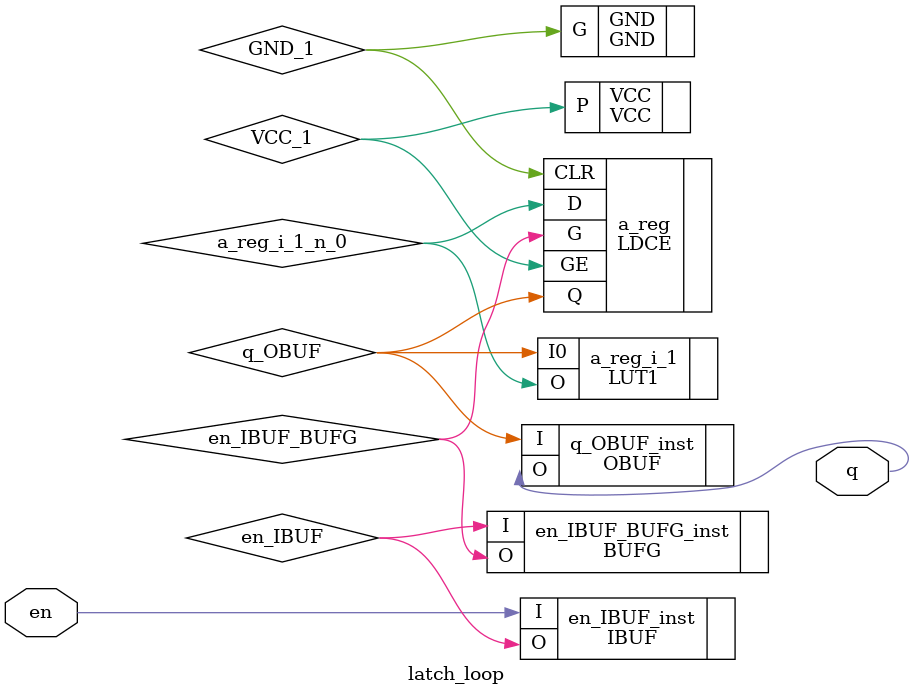
<source format=v>
`timescale 1 ps / 1 ps

(* ECO_CHECKSUM = "60e04341" *) 
(* STRUCTURAL_NETLIST = "yes" *)
module latch_loop
   (en,
    q);
  input en;
  output q;

  wire GND_1;
  wire VCC_1;
  wire a_reg_i_1_n_0;
  wire en;
  wire en_IBUF;
  wire en_IBUF_BUFG;
  wire q;
  wire q_OBUF;

  GND GND
       (.G(GND_1));
  VCC VCC
       (.P(VCC_1));
  (* XILINX_LEGACY_PRIM = "LD" *) 
  (* XILINX_TRANSFORM_PINMAP = "VCC:GE GND:CLR" *) 
  LDCE #(
    .INIT(1'b0)) 
    a_reg
       (.CLR(GND_1),
        .D(a_reg_i_1_n_0),
        .G(en_IBUF_BUFG),
        .GE(VCC_1),
        .Q(q_OBUF));
  LUT1 #(
    .INIT(2'h1)) 
    a_reg_i_1
       (.I0(q_OBUF),
        .O(a_reg_i_1_n_0));
  BUFG en_IBUF_BUFG_inst
       (.I(en_IBUF),
        .O(en_IBUF_BUFG));
  IBUF #(
    .CCIO_EN("TRUE")) 
    en_IBUF_inst
       (.I(en),
        .O(en_IBUF));
  OBUF q_OBUF_inst
       (.I(q_OBUF),
        .O(q));
endmodule

</source>
